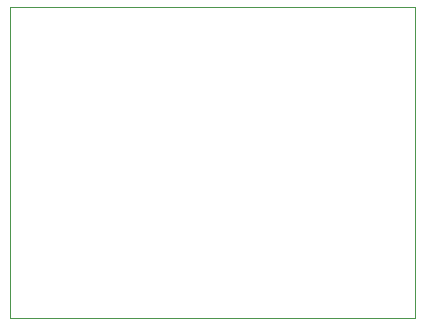
<source format=gbr>
G75*
%MOIN*%
%OFA0B0*%
%FSLAX25Y25*%
%IPPOS*%
%LPD*%
%AMOC8*
5,1,8,0,0,1.08239X$1,22.5*
%
%ADD10C,0.00000*%
D10*
X0006167Y0007580D02*
X0006167Y0111280D01*
X0141088Y0111280D01*
X0141088Y0007580D01*
X0006167Y0007580D01*
M02*

</source>
